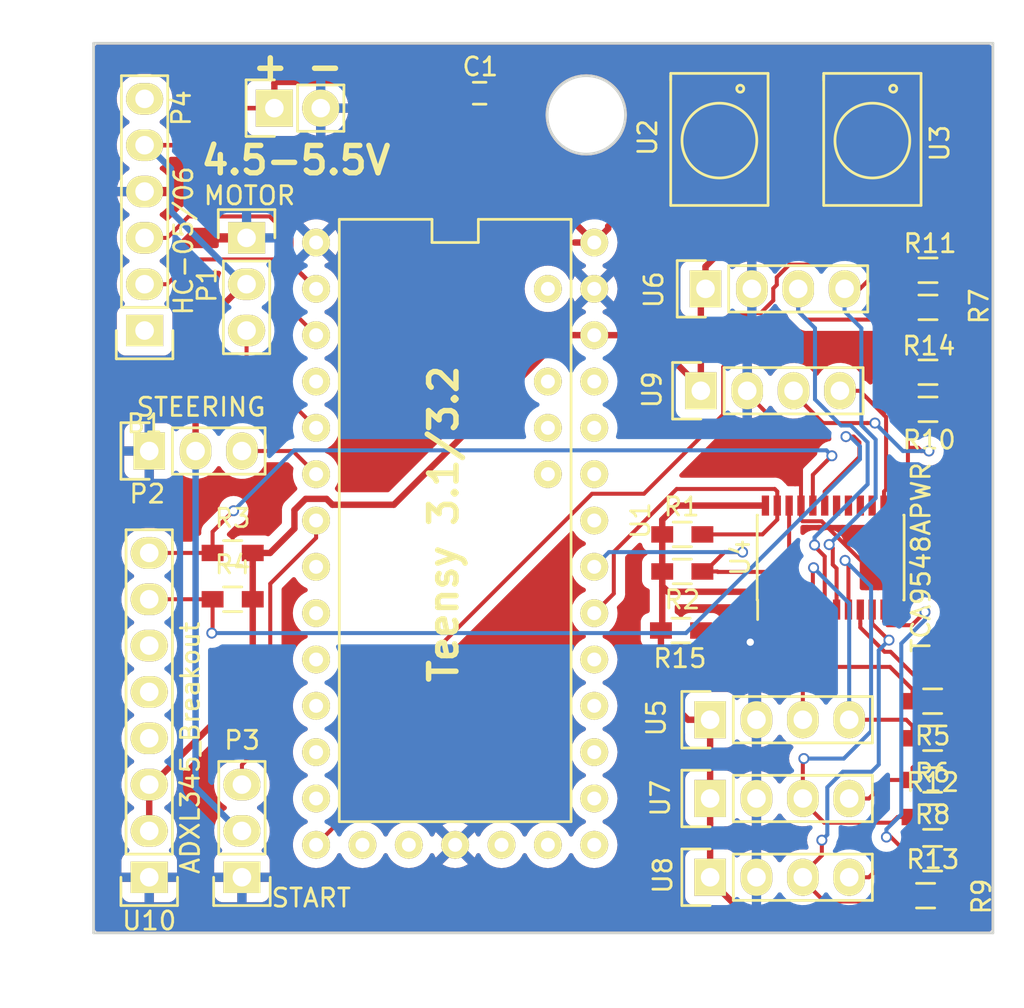
<source format=kicad_pcb>
(kicad_pcb (version 20221018) (generator pcbnew)
  (layers (0 "F.Cu" signal) (31 "B.Cu" signal) (34 "B.Paste" user) (35 "F.Paste" user) (36 "B.SilkS" user "B.Silkscreen") (37 "F.SilkS" user "F.Silkscreen") (38 "B.Mask" user) (39 "F.Mask" user) (44 "Edge.Cuts" user))
  (net 0 "")
  (net 1 "+5V")
  (net 2 "GND")
  (net 3 "MOTOR")
  (net 4 "STEERING")
  (net 5 "BT_RX")
  (net 6 "SDA")
  (net 7 "SCL")
  (net 8 "BT_TX")
  (net 9 "STARTMODULE")
  (net 10 "LED")
  (net 11 "+3V3")
  (net 12 "Net-(U2-Pad4)")
  (net 13 "SD7")
  (net 14 "SC7")
  (net 15 "Net-(R5-Pad2)")
  (net 16 "Net-(R6-Pad2)")
  (net 17 "Net-(R7-Pad2)")
  (net 18 "Net-(R8-Pad2)")
  (net 19 "Net-(R9-Pad2)")
  (net 20 "Net-(R10-Pad2)")
  (net 21 "Net-(R11-Pad1)")
  (net 22 "Net-(R12-Pad1)")
  (net 23 "Net-(R13-Pad1)")
  (net 24 "Net-(R14-Pad1)")
  (net 25 "Net-(R15-Pad2)")
  (footprint "Capacitors_SMD:C_0603_HandSoldering" (layer "F.Cu") (at 121.22912 54.04612)
    (fp_text reference "C1")
    (fp_text value "220uF")
  )
  (footprint "Pin_Headers:Pin_Header_Straight_1x03" (layer "F.Cu") (at 108.458 61.976)
    (fp_text reference "P1")
    (fp_text value "MOTOR")
  )
  (footprint "Pin_Headers:Pin_Header_Straight_1x03" (layer "F.Cu") (at 103.124 73.66 90)
    (fp_text reference "P2")
    (fp_text value "STEERING")
  )
  (footprint "Pin_Headers:Pin_Header_Straight_1x03" (layer "F.Cu") (at 108.204 97.028 180)
    (fp_text reference "P3")
    (fp_text value "START")
  )
  (footprint "Pin_Headers:Pin_Header_Straight_1x06" (layer "F.Cu") (at 102.87 67.056 180)
    (fp_text reference "B1")
    (fp_text value "HC-05/06")
  )
  (footprint "Pin_Headers:Pin_Header_Straight_1x02" (layer "F.Cu") (at 109.982 54.864 90)
    (fp_text reference "P4")
    (fp_text value "BATT")
  )
  (footprint "Footprints:Teensy31_32" (layer "F.Cu") (at 121.158 77.47 -90)
    (fp_text reference "U1")
    (fp_text value "Teensy31_32")
  )
  (footprint "Footprints:WS2812B" (layer "F.Cu") (at 134.366 56.642 -90)
    (fp_text reference "U2")
    (fp_text value "WS2812B")
  )
  (footprint "Footprints:WS2812B" (layer "F.Cu") (at 142.748 56.642 -90)
    (fp_text reference "U3")
    (fp_text value "WS2812B")
  )
  (footprint "Housings_SSOP:TSSOP-24_4.4x7.8mm_Pitch0.65mm" (layer "F.Cu") (at 140.462 79.502 90)
    (fp_text reference "U4")
    (fp_text value "TCA9548APWR")
  )
  (footprint "Pin_Headers:Pin_Header_Straight_1x04" (layer "F.Cu") (at 133.858 88.392 90)
    (fp_text reference "U5")
    (fp_text value "SEN1")
  )
  (footprint "Pin_Headers:Pin_Header_Straight_1x04" (layer "F.Cu") (at 133.604 64.77 90)
    (fp_text reference "U6")
    (fp_text value "SEN2")
  )
  (footprint "Pin_Headers:Pin_Header_Straight_1x04" (layer "F.Cu") (at 133.858 92.71 90)
    (fp_text reference "U7")
    (fp_text value "SEN3")
  )
  (footprint "Pin_Headers:Pin_Header_Straight_1x04" (layer "F.Cu") (at 133.858 97.028 90)
    (fp_text reference "U8")
    (fp_text value "SEN4")
  )
  (footprint "Pin_Headers:Pin_Header_Straight_1x04" (layer "F.Cu") (at 133.35 70.358 90)
    (fp_text reference "U9")
    (fp_text value "SEN5")
  )
  (footprint "Pin_Headers:Pin_Header_Straight_1x08" (layer "F.Cu") (at 103.124 97.028 180)
    (fp_text reference "U10")
    (fp_text value "ADXL345_Breakout")
  )
  (footprint "Resistors_SMD:R_0603_HandSoldering" (layer "F.Cu") (at 132.334 78.232)
    (fp_text reference "R1")
    (fp_text value "R")
  )
  (footprint "Resistors_SMD:R_0603_HandSoldering" (layer "F.Cu") (at 132.334 80.264)
    (fp_text reference "R2")
    (fp_text value "R")
  )
  (footprint "Resistors_SMD:R_0603_HandSoldering" (layer "F.Cu") (at 107.696 79.248)
    (fp_text reference "R3")
    (fp_text value "R")
  )
  (footprint "Resistors_SMD:R_0603_HandSoldering" (layer "F.Cu") (at 107.696 81.788)
    (fp_text reference "R4")
    (fp_text value "R")
  )
  (footprint "Resistors_SMD:R_0603_HandSoldering" (layer "F.Cu") (at 146.05 87.376 180)
    (fp_text reference "R5")
    (fp_text value "R")
  )
  (footprint "Resistors_SMD:R_0603_HandSoldering" (layer "F.Cu") (at 146.05 89.408 180)
    (fp_text reference "R6")
    (fp_text value "R")
  )
  (footprint "Resistors_SMD:R_0603_HandSoldering" (layer "F.Cu") (at 145.796 63.754 180)
    (fp_text reference "R7")
    (fp_text value "R")
  )
  (footprint "Resistors_SMD:R_0603_HandSoldering" (layer "F.Cu") (at 146.05 91.694 180)
    (fp_text reference "R8")
    (fp_text value "R")
  )
  (footprint "Resistors_SMD:R_0603_HandSoldering" (layer "F.Cu") (at 146.05 96.012 180)
    (fp_text reference "R9")
    (fp_text value "R")
  )
  (footprint "Resistors_SMD:R_0603_HandSoldering" (layer "F.Cu") (at 145.796 69.342 180)
    (fp_text reference "R10")
    (fp_text value "R")
  )
  (footprint "Resistors_SMD:R_0603_HandSoldering" (layer "F.Cu") (at 145.796 65.786)
    (fp_text reference "R11")
    (fp_text value "R")
  )
  (footprint "Resistors_SMD:R_0603_HandSoldering" (layer "F.Cu") (at 146.05 93.726)
    (fp_text reference "R12")
    (fp_text value "R")
  )
  (footprint "Resistors_SMD:R_0603_HandSoldering" (layer "F.Cu") (at 145.66392 98.03638)
    (fp_text reference "R13")
    (fp_text value "R")
  )
  (footprint "Resistors_SMD:R_0603_HandSoldering" (layer "F.Cu") (at 145.796 71.374)
    (fp_text reference "R14")
    (fp_text value "R")
  )
  (footprint "Resistors_SMD:R_0603_HandSoldering" (layer "F.Cu") (at 132.26306 83.49996)
    (fp_text reference "R15")
    (fp_text value "R")
  )
  (gr_circle (center 127.07112 55.23484) (end 127.63246 57.31002) (stroke (width 0.15)) (fill none) (layer "Edge.Cuts"))
  (gr_line (start 100.076 100.076) (end 100.076 51.308) (stroke (width 0.15)) (layer "Edge.Cuts"))
  (gr_line (start 149.352 51.308) (end 149.352 100.076) (stroke (width 0.15)) (layer "Edge.Cuts"))
  (gr_line (start 149.352 100.076) (end 100.076 100.076) (stroke (width 0.15)) (layer "Edge.Cuts"))
  (gr_line (start 100.076 51.308) (end 149.352 51.308) (stroke (width 0.15)) (layer "Edge.Cuts"))
  (gr_text "4.5-5.5V" (at 111.16056 57.72912) (layer "F.SilkS") (effects (font (size 1.5 1.5) (thickness 0.3))))
  (gr_text "Teensy 3.1/3.2" (at 119.253 77.6605 90) (layer "F.SilkS") (effects (font (size 1.5 1.5) (thickness 0.3))))
  (gr_text "+ -" (at 111.25708 52.57038) (layer "F.SilkS") (effects (font (size 1.5 1.5) (thickness 0.3))))
  (segment (start 138.453001 52.754999) (end 142.860999 52.754999) (width 0.35) (layer "F.Cu") (net 1))
  (segment (start 109.982 54.864) (end 109.982 53.498) (width 0.35) (layer "F.Cu") (net 1))
  (segment (start 105.664 67.1576) (end 108.3056 64.516) (width 0.35) (layer "F.Cu") (net 1))
  (segment (start 137.266 53.942) (end 138.453001 52.754999) (width 0.35) (layer "F.Cu") (net 1))
  (segment (start 128.269999 61.338001) (end 135.666 53.942) (width 0.35) (layer "F.Cu") (net 1))
  (segment (start 105.664 73.66) (end 105.664 67.1576) (width 0.35) (layer "F.Cu") (net 1))
  (segment (start 106.934 54.864) (end 109.982 54.864) (width 0.25) (layer "F.Cu") (net 1))
  (segment (start 110.057001 53.422999) (end 118.700999 53.422999) (width 0.35) (layer "F.Cu") (net 1))
  (segment (start 109.982 53.498) (end 110.057001 53.422999) (width 0.35) (layer "F.Cu") (net 1))
  (segment (start 102.87 56.896) (end 104.902 56.896) (width 0.25) (layer "F.Cu") (net 1))
  (segment (start 120.27912 54.04612) (end 120.27912 55.00112) (width 0.35) (layer "F.Cu") (net 1))
  (segment (start 118.705999 53.422999) (end 110.057001 53.422999) (width 0.35) (layer "F.Cu") (net 1))
  (segment (start 118.700999 53.422999) (end 126.746001 61.468001) (width 0.35) (layer "F.Cu") (net 1))
  (segment (start 126.43037 62.23) (end 127.508 62.23) (width 0.35) (layer "F.Cu") (net 1))
  (segment (start 136.466 53.942) (end 137.266 53.942) (width 0.35) (layer "F.Cu") (net 1))
  (segment (start 104.902 56.896) (end 106.934 54.864) (width 0.25) (layer "F.Cu") (net 1))
  (segment (start 120.27912 54.04612) (end 119.32912 54.04612) (width 0.35) (layer "F.Cu") (net 1))
  (segment (start 126.746001 61.468001) (end 127.508 62.23) (width 0.35) (layer "F.Cu") (net 1))
  (segment (start 109.982 53.628) (end 109.982 54.864) (width 0.22) (layer "F.Cu") (net 1))
  (segment (start 128.269999 61.468001) (end 128.269999 61.338001) (width 0.35) (layer "F.Cu") (net 1))
  (segment (start 127.508 62.23) (end 128.269999 61.468001) (width 0.35) (layer "F.Cu") (net 1))
  (segment (start 135.666 53.942) (end 136.466 53.942) (width 0.35) (layer "F.Cu") (net 1))
  (segment (start 144.048 53.942) (end 144.848 53.942) (width 0.35) (layer "F.Cu") (net 1))
  (segment (start 108.3056 64.516) (end 108.458 64.516) (width 0.35) (layer "F.Cu") (net 1))
  (segment (start 142.860999 52.754999) (end 144.048 53.942) (width 0.35) (layer "F.Cu") (net 1))
  (segment (start 120.27912 55.00112) (end 127.508 62.23) (width 0.35) (layer "F.Cu") (net 1))
  (segment (start 119.32912 54.04612) (end 118.705999 53.422999) (width 0.35) (layer "F.Cu") (net 1))
  (segment (start 105.664 92.1004) (end 105.664 75.026) (width 0.35) (layer "B.Cu") (net 1))
  (segment (start 104.31101 60.52141) (end 104.31101 58.18461) (width 0.35) (layer "B.Cu") (net 1))
  (segment (start 108.204 94.488) (end 108.0516 94.488) (width 0.35) (layer "B.Cu") (net 1))
  (segment (start 108.458 64.516) (end 108.3056 64.516) (width 0.35) (layer "B.Cu") (net 1))
  (segment (start 103.0224 56.896) (end 102.87 56.896) (width 0.35) (layer "B.Cu") (net 1))
  (segment (start 108.3056 64.516) (end 104.31101 60.52141) (width 0.35) (layer "B.Cu") (net 1))
  (segment (start 108.0516 94.488) (end 105.664 92.1004) (width 0.35) (layer "B.Cu") (net 1))
  (segment (start 105.664 75.026) (end 105.664 73.66) (width 0.35) (layer "B.Cu") (net 1))
  (segment (start 104.31101 58.18461) (end 103.0224 56.896) (width 0.35) (layer "B.Cu") (net 1))
  (segment (start 135.89 70.5104) (end 135.89 70.358) (width 0.22) (layer "F.Cu") (net 2))
  (segment (start 138.837 77.422) (end 138.837 76.652) (width 0.22) (layer "F.Cu") (net 2))
  (segment (start 144.037 81.582) (end 139.967001 77.512001) (width 0.22) (layer "F.Cu") (net 2))
  (segment (start 136.09896 84.14004) (end 136.05764 84.14004) (width 0.22) (layer "F.Cu") (net 2))
  (segment (start 138.837 76.652) (end 138.837 73.305) (width 0.22) (layer "F.Cu") (net 2))
  (segment (start 137.537 82.702) (end 136.09896 84.14004) (width 0.22) (layer "F.Cu") (net 2))
  (segment (start 138.837 73.305) (end 137.126 71.594) (width 0.22) (layer "F.Cu") (net 2))
  (segment (start 137.537 82.352) (end 136.887 82.352) (width 0.22) (layer "F.Cu") (net 2))
  (segment (start 138.927001 77.512001) (end 138.837 77.422) (width 0.22) (layer "F.Cu") (net 2))
  (segment (start 137.537 82.352) (end 137.537 82.702) (width 0.22) (layer "F.Cu") (net 2))
  (segment (start 137.126 71.594) (end 136.9736 71.594) (width 0.22) (layer "F.Cu") (net 2))
  (segment (start 112.522 61.976) (end 112.268 62.23) (width 0.25) (layer "F.Cu") (net 2))
  (segment (start 136.9736 71.594) (end 135.89 70.5104) (width 0.22) (layer "F.Cu") (net 2))
  (segment (start 139.967001 77.512001) (end 138.927001 77.512001) (width 0.22) (layer "F.Cu") (net 2))
  (segment (start 144.037 82.352) (end 144.037 81.582) (width 0.22) (layer "F.Cu") (net 2))
  (via (at 136.05764 84.14004) (size 0.6) (drill 0.4) (layers "F.Cu" "B.Cu") (net 2))
  (segment (start 136.05764 84.14004) (end 136.05764 88.05164) (width 0.22) (layer "B.Cu") (net 2))
  (segment (start 136.05764 88.05164) (end 136.398 88.392) (width 0.22) (layer "B.Cu") (net 2))
  (segment (start 108.458 68.58) (end 112.268 72.39) (width 0.22) (layer "F.Cu") (net 3))
  (segment (start 108.458 67.056) (end 108.458 68.58) (width 0.22) (layer "F.Cu") (net 3))
  (segment (start 108.204 73.66) (end 110.998 73.66) (width 0.22) (layer "F.Cu") (net 4))
  (segment (start 110.998 73.66) (end 112.268 74.93) (width 0.22) (layer "F.Cu") (net 4))
  (segment (start 104.106 64.516) (end 102.87 64.516) (width 0.22) (layer "F.Cu") (net 5))
  (segment (start 109.89056 63.1571) (end 105.4649 63.1571) (width 0.22) (layer "F.Cu") (net 5))
  (segment (start 105.4649 63.1571) (end 104.106 64.516) (width 0.22) (layer "F.Cu") (net 5))
  (segment (start 112.268 67.31) (end 110.64761 65.68961) (width 0.22) (layer "F.Cu") (net 5))
  (segment (start 110.64761 63.91415) (end 109.89056 63.1571) (width 0.22) (layer "F.Cu") (net 5))
  (segment (start 110.64761 65.68961) (end 110.64761 63.91415) (width 0.22) (layer "F.Cu") (net 5))
  (segment (start 127.508 82.55) (end 128.580001 81.477999) (width 0.22) (layer "F.Cu") (net 6))
  (segment (start 137.396999 75.741999) (end 137.537 75.882) (width 0.22) (layer "F.Cu") (net 6))
  (segment (start 133.434 78.232) (end 136.727 78.232) (width 0.22) (layer "F.Cu") (net 6))
  (segment (start 132.025999 75.741999) (end 137.396999 75.741999) (width 0.22) (layer "F.Cu") (net 6))
  (segment (start 137.537 75.882) (end 137.537 76.652) (width 0.22) (layer "F.Cu") (net 6))
  (segment (start 136.727 78.232) (end 137.537 77.422) (width 0.22) (layer "F.Cu") (net 6))
  (segment (start 128.580001 81.477999) (end 128.580001 79.187997) (width 0.22) (layer "F.Cu") (net 6))
  (segment (start 137.537 77.422) (end 137.537 76.652) (width 0.22) (layer "F.Cu") (net 6))
  (segment (start 128.580001 79.187997) (end 132.025999 75.741999) (width 0.22) (layer "F.Cu") (net 6))
  (segment (start 133.434 80.264) (end 133.584 80.264) (width 0.22) (layer "F.Cu") (net 7))
  (segment (start 137.16 80.2894) (end 138.187 79.2624) (width 0.22) (layer "F.Cu") (net 7))
  (segment (start 138.187 79.2624) (end 138.187 76.652) (width 0.22) (layer "F.Cu") (net 7))
  (segment (start 133.434 80.264) (end 134.254 80.264) (width 0.22) (layer "F.Cu") (net 7))
  (segment (start 133.584 80.264) (end 134.64572 79.20228) (width 0.22) (layer "F.Cu") (net 7))
  (segment (start 134.254 80.264) (end 134.2794 80.2894) (width 0.22) (layer "F.Cu") (net 7))
  (segment (start 134.2794 80.2894) (end 137.16 80.2894) (width 0.22) (layer "F.Cu") (net 7))
  (segment (start 134.64572 79.20228) (end 135.636 79.20228) (width 0.22) (layer "F.Cu") (net 7))
  (via (at 135.636 79.20228) (size 0.6) (drill 0.4) (layers "F.Cu" "B.Cu") (net 7))
  (segment (start 128.31572 79.20228) (end 127.508 80.01) (width 0.22) (layer "B.Cu") (net 7))
  (segment (start 135.636 79.20228) (end 128.31572 79.20228) (width 0.22) (layer "B.Cu") (net 7))
  (segment (start 111.506001 64.008001) (end 112.268 64.77) (width 0.25) (layer "F.Cu") (net 8))
  (segment (start 111.080999 63.582999) (end 111.506001 64.008001) (width 0.25) (layer "F.Cu") (net 8))
  (segment (start 105.279601 60.802399) (end 104.106 61.976) (width 0.22) (layer "F.Cu") (net 8))
  (segment (start 110.9218 63.4238) (end 110.9218 62.002198) (width 0.22) (layer "F.Cu") (net 8))
  (segment (start 111.080999 63.582999) (end 110.9218 63.4238) (width 0.22) (layer "F.Cu") (net 8))
  (segment (start 110.9218 62.002198) (end 109.722001 60.802399) (width 0.22) (layer "F.Cu") (net 8))
  (segment (start 109.722001 60.802399) (end 105.279601 60.802399) (width 0.22) (layer "F.Cu") (net 8))
  (segment (start 104.106 61.976) (end 102.87 61.976) (width 0.22) (layer "F.Cu") (net 8))
  (segment (start 108.204 90.8644) (end 108.204 91.948) (width 0.22) (layer "F.Cu") (net 9))
  (segment (start 112.268 78.423438) (end 109.756001 80.935437) (width 0.22) (layer "F.Cu") (net 9))
  (segment (start 112.268 77.47) (end 112.268 78.423438) (width 0.22) (layer "F.Cu") (net 9))
  (segment (start 109.756001 80.935437) (end 109.756001 89.312399) (width 0.22) (layer "F.Cu") (net 9))
  (segment (start 109.756001 89.312399) (end 108.204 90.8644) (width 0.22) (layer "F.Cu") (net 9))
  (segment (start 137.31761 65.408525) (end 136.630125 66.09601) (width 0.22) (layer "F.Cu") (net 10))
  (segment (start 136.630125 66.09601) (end 135.96607 66.09601) (width 0.22) (layer "F.Cu") (net 10))
  (segment (start 144.848 59.342) (end 143.8072 59.342) (width 0.22) (layer "F.Cu") (net 10))
  (segment (start 134.573601 69.053999) (end 134.573601 71.662001) (width 0.22) (layer "F.Cu") (net 10))
  (segment (start 134.573601 71.662001) (end 130.233601 76.002001) (width 0.22) (layer "F.Cu") (net 10))
  (segment (start 134.7724 66.3448) (end 134.7724 68.8552) (width 0.22) (layer "F.Cu") (net 10))
  (segment (start 127.389437 76.002001) (end 115.6716 87.719838) (width 0.22) (layer "F.Cu") (net 10))
  (segment (start 134.7724 68.8552) (end 134.573601 69.053999) (width 0.22) (layer "F.Cu") (net 10))
  (segment (start 113.029999 94.488001) (end 112.268 95.25) (width 0.22) (layer "F.Cu") (net 10))
  (segment (start 130.233601 76.002001) (end 127.389437 76.002001) (width 0.22) (layer "F.Cu") (net 10))
  (segment (start 139.70521 63.44399) (end 138.197875 63.44399) (width 0.22) (layer "F.Cu") (net 10))
  (segment (start 137.31761 64.74447) (end 137.31761 65.408525) (width 0.22) (layer "F.Cu") (net 10))
  (segment (start 115.6716 87.719838) (end 115.6716 91.8464) (width 0.22) (layer "F.Cu") (net 10))
  (segment (start 143.8072 59.342) (end 139.70521 63.44399) (width 0.22) (layer "F.Cu") (net 10))
  (segment (start 137.51039 64.131475) (end 137.51039 64.55169) (width 0.22) (layer "F.Cu") (net 10))
  (segment (start 134.8994 66.2178) (end 134.7724 66.3448) (width 0.22) (layer "F.Cu") (net 10))
  (segment (start 135.84428 66.2178) (end 134.8994 66.2178) (width 0.22) (layer "F.Cu") (net 10))
  (segment (start 138.197875 63.44399) (end 137.51039 64.131475) (width 0.22) (layer "F.Cu") (net 10))
  (segment (start 135.96607 66.09601) (end 135.84428 66.2178) (width 0.22) (layer "F.Cu") (net 10))
  (segment (start 115.6716 91.8464) (end 113.029999 94.488001) (width 0.22) (layer "F.Cu") (net 10))
  (segment (start 137.51039 64.55169) (end 137.31761 64.74447) (width 0.22) (layer "F.Cu") (net 10))
  (segment (start 130.4544 67.31) (end 133.35 70.2056) (width 0.35) (layer "F.Cu") (net 11))
  (segment (start 133.858 92.71) (end 133.858 94.076) (width 0.35) (layer "F.Cu") (net 11))
  (segment (start 131.234 80.264) (end 131.234 78.232) (width 0.35) (layer "F.Cu") (net 11))
  (segment (start 133.35 70.358) (end 133.35 65.024) (width 0.35) (layer "F.Cu") (net 11))
  (segment (start 131.234 80.264) (end 131.234 81.064) (width 0.35) (layer "F.Cu") (net 11))
  (segment (start 147.15 91.694) (end 147.15 93.726) (width 0.35) (layer "F.Cu") (net 11))
  (segment (start 133.858 88.392) (end 133.858 92.71) (width 0.35) (layer "F.Cu") (net 11))
  (segment (start 133.35 70.2056) (end 133.35 70.358) (width 0.35) (layer "F.Cu") (net 11))
  (segment (start 146.896 65.786) (end 146.896 63.754) (width 0.35) (layer "F.Cu") (net 11))
  (segment (start 103.2764 91.948) (end 103.124 91.948) (width 0.35) (layer "F.Cu") (net 11))
  (segment (start 147.15 98.044) (end 147 98.044) (width 0.35) (layer "F.Cu") (net 11))
  (segment (start 131.16306 86.91066) (end 131.16306 84.29996) (width 0.35) (layer "F.Cu") (net 11))
  (segment (start 147 87.376) (end 147.15 87.376) (width 0.35) (layer "F.Cu") (net 11))
  (segment (start 137.357609 59.877009) (end 137.341001 59.877009) (width 0.35) (layer "F.Cu") (net 11))
  (segment (start 127.508 67.31) (end 130.4544 67.31) (width 0.35) (layer "F.Cu") (net 11))
  (segment (start 138.111999 81.376999) (end 138.187 81.452) (width 0.35) (layer "F.Cu") (net 11))
  (segment (start 103.124 94.488) (end 103.124 91.948) (width 0.35) (layer "F.Cu") (net 11))
  (segment (start 139.772999 58.239999) (end 138.994619 58.239999) (width 0.35) (layer "F.Cu") (net 11))
  (segment (start 137.341001 60.444001) (end 137.256001 60.529001) (width 0.35) (layer "F.Cu") (net 11))
  (segment (start 147 98.044) (end 146.124999 98.919001) (width 0.35) (layer "F.Cu") (net 11))
  (segment (start 146.896 68.542) (end 146.896 65.786) (width 0.35) (layer "F.Cu") (net 11))
  (segment (start 108.796 86.4284) (end 103.2764 91.948) (width 0.35) (layer "F.Cu") (net 11))
  (segment (start 147.15 71.628) (end 146.896 71.374) (width 0.35) (layer "F.Cu") (net 11))
  (segment (start 146.896 59.412998) (end 145.638001 58.154999) (width 0.35) (layer "F.Cu") (net 11))
  (segment (start 147.15 96.012) (end 147.15 98.044) (width 0.35) (layer "F.Cu") (net 11))
  (segment (start 131.546999 81.376999) (end 138.111999 81.376999) (width 0.35) (layer "F.Cu") (net 11))
  (segment (start 111.698239 76.282999) (end 112.837761 76.282999) (width 0.35) (layer "F.Cu") (net 11))
  (segment (start 133.858 94.076) (end 133.858 97.028) (width 0.35) (layer "F.Cu") (net 11))
  (segment (start 136.887 76.652) (end 132.014 76.652) (width 0.35) (layer "F.Cu") (net 11))
  (segment (start 131.234 80.264) (end 131.234 83.42902) (width 0.35) (layer "F.Cu") (net 11))
  (segment (start 131.234 77.432) (end 131.234 78.232) (width 0.35) (layer "F.Cu") (net 11))
  (segment (start 147.15 87.376) (end 147.15 71.628) (width 0.35) (layer "F.Cu") (net 11))
  (segment (start 113.161162 76.6064) (end 116.528838 76.6064) (width 0.35) (layer "F.Cu") (net 11))
  (segment (start 146.896 69.342) (end 146.896 68.542) (width 0.35) (layer "F.Cu") (net 11))
  (segment (start 125.825238 67.31) (end 126.43037 67.31) (width 0.35) (layer "F.Cu") (net 11))
  (segment (start 135.596601 98.919001) (end 133.858 97.1804) (width 0.35) (layer "F.Cu") (net 11))
  (segment (start 108.796 79.248) (end 109.746 79.248) (width 0.35) (layer "F.Cu") (net 11))
  (segment (start 132.014 76.652) (end 131.234 77.432) (width 0.35) (layer "F.Cu") (net 11))
  (segment (start 133.35 65.024) (end 133.604 64.77) (width 0.35) (layer "F.Cu") (net 11))
  (segment (start 147.15 89.408) (end 147.15 91.694) (width 0.35) (layer "F.Cu") (net 11))
  (segment (start 126.43037 67.31) (end 127.508 67.31) (width 0.35) (layer "F.Cu") (net 11))
  (segment (start 108.796 81.788) (end 108.796 86.4284) (width 0.35) (layer "F.Cu") (net 11))
  (segment (start 111.080999 76.900239) (end 111.698239 76.282999) (width 0.35) (layer "F.Cu") (net 11))
  (segment (start 137.341001 59.877009) (end 137.341001 60.444001) (width 0.35) (layer "F.Cu") (net 11))
  (segment (start 131.234 83.42902) (end 131.16306 83.49996) (width 0.35) (layer "F.Cu") (net 11))
  (segment (start 108.796 79.248) (end 108.796 81.788) (width 0.35) (layer "F.Cu") (net 11))
  (segment (start 145.638001 58.154999) (end 139.857999 58.154999) (width 0.35) (layer "F.Cu") (net 11))
  (segment (start 131.234 81.064) (end 131.546999 81.376999) (width 0.35) (layer "F.Cu") (net 11))
  (segment (start 112.837761 76.282999) (end 113.161162 76.6064) (width 0.35) (layer "F.Cu") (net 11))
  (segment (start 136.625799 60.529001) (end 133.604 63.5508) (width 0.35) (layer "F.Cu") (net 11))
  (segment (start 147.15 93.726) (end 147.15 96.012) (width 0.35) (layer "F.Cu") (net 11))
  (segment (start 133.858 97.1804) (end 133.858 97.028) (width 0.35) (layer "F.Cu") (net 11))
  (segment (start 111.080999 77.913001) (end 111.080999 76.900239) (width 0.35) (layer "F.Cu") (net 11))
  (segment (start 133.858 88.392) (end 132.6444 88.392) (width 0.35) (layer "F.Cu") (net 11))
  (segment (start 138.994619 58.239999) (end 137.357609 59.877009) (width 0.35) (layer "F.Cu") (net 11))
  (segment (start 139.857999 58.154999) (end 139.772999 58.239999) (width 0.35) (layer "F.Cu") (net 11))
  (segment (start 146.896 63.754) (end 146.896 59.412998) (width 0.35) (layer "F.Cu") (net 11))
  (segment (start 132.6444 88.392) (end 131.16306 86.91066) (width 0.35) (layer "F.Cu") (net 11))
  (segment (start 109.746 79.248) (end 111.080999 77.913001) (width 0.35) (layer "F.Cu") (net 11))
  (segment (start 133.604 63.5508) (end 133.604 64.77) (width 0.35) (layer "F.Cu") (net 11))
  (segment (start 131.16306 84.29996) (end 131.16306 83.49996) (width 0.35) (layer "F.Cu") (net 11))
  (segment (start 147.15 87.376) (end 147.15 89.408) (width 0.35) (layer "F.Cu") (net 11))
  (segment (start 116.528838 76.6064) (end 125.825238 67.31) (width 0.35) (layer "F.Cu") (net 11))
  (segment (start 137.256001 60.529001) (end 136.625799 60.529001) (width 0.35) (layer "F.Cu") (net 11))
  (segment (start 146.896 71.374) (end 146.896 69.342) (width 0.35) (layer "F.Cu") (net 11))
  (segment (start 146.124999 98.919001) (end 135.596601 98.919001) (width 0.35) (layer "F.Cu") (net 11))
  (segment (start 137.136 59.342) (end 140.648 55.83) (width 0.22) (layer "F.Cu") (net 12))
  (segment (start 136.466 59.342) (end 137.136 59.342) (width 0.22) (layer "F.Cu") (net 12))
  (segment (start 140.648 55.83) (end 140.648 54.924) (width 0.22) (layer "F.Cu") (net 12))
  (segment (start 140.648 54.924) (end 140.648 53.942) (width 0.22) (layer "F.Cu") (net 12))
  (segment (start 103.124 81.788) (end 103.2764 81.788) (width 0.22) (layer "F.Cu") (net 13))
  (segment (start 142.035621 73.983379) (end 142.035621 73.180933) (width 0.22) (layer "F.Cu") (net 13))
  (segment (start 142.035621 73.180933) (end 141.72493 72.870242) (width 0.22) (layer "F.Cu") (net 13))
  (segment (start 106.596 81.788) (end 106.596 83.5992) (width 0.22) (layer "F.Cu") (net 13))
  (segment (start 106.596 83.5992) (end 106.553 83.6422) (width 0.22) (layer "F.Cu") (net 13))
  (segment (start 140.137 76.652) (end 140.137 75.882) (width 0.22) (layer "F.Cu") (net 13))
  (segment (start 103.2764 81.788) (end 106.596 81.788) (width 0.22) (layer "F.Cu") (net 13))
  (segment (start 140.137 75.882) (end 142.035621 73.983379) (width 0.22) (layer "F.Cu") (net 13))
  (segment (start 141.72493 72.870242) (end 141.300666 72.870242) (width 0.22) (layer "F.Cu") (net 13))
  (via (at 106.553 83.6422) (size 0.6) (drill 0.4) (layers "F.Cu" "B.Cu") (net 13))
  (via (at 141.300666 72.870242) (size 0.6) (drill 0.4) (layers "F.Cu" "B.Cu") (net 13))
  (segment (start 142.067682 74.110282) (end 142.067682 73.405482) (width 0.22) (layer "B.Cu") (net 13))
  (segment (start 142.067682 73.405482) (end 141.532442 72.870242) (width 0.22) (layer "B.Cu") (net 13))
  (segment (start 141.532442 72.870242) (end 141.300666 72.870242) (width 0.22) (layer "B.Cu") (net 13))
  (segment (start 106.553 83.6422) (end 132.535764 83.6422) (width 0.22) (layer "B.Cu") (net 13))
  (segment (start 132.535764 83.6422) (end 142.067682 74.110282) (width 0.22) (layer "B.Cu") (net 13))
  (segment (start 139.487 76.652) (end 139.487 74.9652) (width 0.22) (layer "F.Cu") (net 14))
  (segment (start 139.487 74.9652) (end 140.228041 74.224159) (width 0.22) (layer "F.Cu") (net 14))
  (segment (start 106.596 79.248) (end 103.124 79.248) (width 0.22) (layer "F.Cu") (net 14))
  (segment (start 140.228041 74.224159) (end 140.52804 73.92416) (width 0.22) (layer "F.Cu") (net 14))
  (segment (start 106.596 78.0874) (end 107.7468 76.9366) (width 0.22) (layer "F.Cu") (net 14))
  (segment (start 106.596 79.248) (end 106.596 78.0874) (width 0.22) (layer "F.Cu") (net 14))
  (via (at 140.52804 73.92416) (size 0.6) (drill 0.4) (layers "F.Cu" "B.Cu") (net 14))
  (via (at 107.7468 76.9366) (size 0.6) (drill 0.4) (layers "F.Cu" "B.Cu") (net 14))
  (segment (start 107.7468 76.9366) (end 111.059239 73.624161) (width 0.22) (layer "B.Cu") (net 14))
  (segment (start 111.059239 73.624161) (end 140.228041 73.624161) (width 0.22) (layer "B.Cu") (net 14))
  (segment (start 140.228041 73.624161) (end 140.52804 73.92416) (width 0.22) (layer "B.Cu") (net 14))
  (segment (start 138.938 88.392) (end 138.938 85.4964) (width 0.22) (layer "F.Cu") (net 15))
  (segment (start 138.938 82.453) (end 138.837 82.352) (width 0.22) (layer "F.Cu") (net 15))
  (segment (start 138.938 88.392) (end 138.938 88.5444) (width 0.22) (layer "F.Cu") (net 15))
  (segment (start 143.7132 85.4964) (end 138.938 85.4964) (width 0.22) (layer "F.Cu") (net 15))
  (segment (start 144.95 86.7332) (end 143.7132 85.4964) (width 0.22) (layer "F.Cu") (net 15))
  (segment (start 145.1 87.376) (end 144.95 87.376) (width 0.22) (layer "F.Cu") (net 15))
  (segment (start 144.95 87.376) (end 144.95 86.7332) (width 0.22) (layer "F.Cu") (net 15))
  (segment (start 138.938 85.4964) (end 138.938 82.453) (width 0.22) (layer "F.Cu") (net 15))
  (segment (start 144.95 88.738) (end 144.95 89.408) (width 0.22) (layer "F.Cu") (net 16))
  (segment (start 139.487 82.352) (end 139.487 80.10078) (width 0.22) (layer "F.Cu") (net 16))
  (segment (start 144.604 88.392) (end 144.95 88.738) (width 0.22) (layer "F.Cu") (net 16))
  (segment (start 139.487 80.10078) (end 139.52698 80.0608) (width 0.22) (layer "F.Cu") (net 16))
  (segment (start 141.478 88.392) (end 144.604 88.392) (width 0.22) (layer "F.Cu") (net 16))
  (via (at 139.52698 80.0608) (size 0.6) (drill 0.4) (layers "F.Cu" "B.Cu") (net 16))
  (segment (start 139.826979 80.360799) (end 139.52698 80.0608) (width 0.22) (layer "B.Cu") (net 16))
  (segment (start 141.478 82.01182) (end 139.826979 80.360799) (width 0.22) (layer "B.Cu") (net 16))
  (segment (start 141.478 88.392) (end 141.478 82.01182) (width 0.22) (layer "B.Cu") (net 16))
  (segment (start 142.0622 64.77) (end 143.0782 63.754) (width 0.22) (layer "F.Cu") (net 17))
  (segment (start 141.224 64.77) (end 142.0622 64.77) (width 0.22) (layer "F.Cu") (net 17))
  (segment (start 143.0782 63.754) (end 144.696 63.754) (width 0.22) (layer "F.Cu") (net 17))
  (segment (start 140.787 80.097502) (end 140.57842 79.888922) (width 0.22) (layer "F.Cu") (net 17))
  (segment (start 140.57842 78.986118) (end 140.380724 78.788422) (width 0.22) (layer "F.Cu") (net 17))
  (segment (start 140.787 82.352) (end 140.787 80.097502) (width 0.22) (layer "F.Cu") (net 17))
  (segment (start 140.57842 79.888922) (end 140.57842 78.986118) (width 0.22) (layer "F.Cu") (net 17))
  (via (at 140.380724 78.788422) (size 0.6) (drill 0.4) (layers "F.Cu" "B.Cu") (net 17))
  (segment (start 142.928024 76.241122) (end 140.680723 78.488423) (width 0.22) (layer "B.Cu") (net 17))
  (segment (start 142.14361 72.244996) (end 142.928024 73.02941) (width 0.22) (layer "B.Cu") (net 17))
  (segment (start 142.14361 66.92561) (end 142.14361 72.244996) (width 0.22) (layer "B.Cu") (net 17))
  (segment (start 140.680723 78.488423) (end 140.380724 78.788422) (width 0.22) (layer "B.Cu") (net 17))
  (segment (start 141.224 64.77) (end 141.224 66.006) (width 0.22) (layer "B.Cu") (net 17))
  (segment (start 141.224 66.006) (end 142.14361 66.92561) (width 0.22) (layer "B.Cu") (net 17))
  (segment (start 142.928024 73.02941) (end 142.928024 76.241122) (width 0.22) (layer "B.Cu") (net 17))
  (segment (start 142.5616 92.71) (end 143.5776 91.694) (width 0.22) (layer "F.Cu") (net 18))
  (segment (start 144.95 91.024) (end 145.860001 90.113999) (width 0.22) (layer "F.Cu") (net 18))
  (segment (start 143.5776 91.694) (end 144.95 91.694) (width 0.22) (layer "F.Cu") (net 18))
  (segment (start 142.087 83.335105) (end 142.087 83.122) (width 0.22) (layer "F.Cu") (net 18))
  (segment (start 142.087 83.122) (end 142.087 82.352) (width 0.22) (layer "F.Cu") (net 18))
  (segment (start 141.478 92.71) (end 142.5616 92.71) (width 0.22) (layer "F.Cu") (net 18))
  (segment (start 143.745313 84.668315) (end 143.42021 84.668315) (width 0.22) (layer "F.Cu") (net 18))
  (segment (start 145.860001 86.783003) (end 143.745313 84.668315) (width 0.22) (layer "F.Cu") (net 18))
  (segment (start 144.95 91.694) (end 144.95 91.024) (width 0.22) (layer "F.Cu") (net 18))
  (segment (start 143.42021 84.668315) (end 142.087 83.335105) (width 0.22) (layer "F.Cu") (net 18))
  (segment (start 145.860001 90.113999) (end 145.860001 86.783003) (width 0.22) (layer "F.Cu") (net 18))
  (segment (start 143.51762 94.82328) (end 143.76128 94.82328) (width 0.22) (layer "F.Cu") (net 19))
  (segment (start 144.910479 83.212001) (end 145.63344 82.48904) (width 0.22) (layer "F.Cu") (net 19))
  (segment (start 142.5616 97.028) (end 143.5776 96.012) (width 0.22) (layer "F.Cu") (net 19))
  (segment (start 143.387 83.010002) (end 143.588999 83.212001) (width 0.22) (layer "F.Cu") (net 19))
  (segment (start 143.588999 83.212001) (end 144.910479 83.212001) (width 0.22) (layer "F.Cu") (net 19))
  (segment (start 141.478 97.028) (end 142.5616 97.028) (width 0.22) (layer "F.Cu") (net 19))
  (segment (start 143.76128 94.82328) (end 144.95 96.012) (width 0.22) (layer "F.Cu") (net 19))
  (segment (start 143.5776 96.012) (end 144.95 96.012) (width 0.22) (layer "F.Cu") (net 19))
  (segment (start 143.387 82.352) (end 143.387 83.010002) (width 0.22) (layer "F.Cu") (net 19))
  (via (at 143.51762 94.82328) (size 0.6) (drill 0.4) (layers "F.Cu" "B.Cu") (net 19))
  (via (at 145.63344 82.48904) (size 0.6) (drill 0.4) (layers "F.Cu" "B.Cu") (net 19))
  (segment (start 145.63344 82.48904) (end 145.63344 82.913304) (width 0.22) (layer "B.Cu") (net 19))
  (segment (start 143.51762 94.399016) (end 143.51762 94.82328) (width 0.22) (layer "B.Cu") (net 19))
  (segment (start 144.33296 93.583676) (end 143.51762 94.399016) (width 0.22) (layer "B.Cu") (net 19))
  (segment (start 145.63344 82.913304) (end 144.33296 84.213784) (width 0.22) (layer "B.Cu") (net 19))
  (segment (start 144.33296 84.213784) (end 144.33296 93.583676) (width 0.22) (layer "B.Cu") (net 19))
  (segment (start 143.499646 75.769354) (end 143.499646 71.804046) (width 0.22) (layer "F.Cu") (net 20))
  (segment (start 143.499646 71.804046) (end 143.387 71.6914) (width 0.22) (layer "F.Cu") (net 20))
  (segment (start 142.0536 70.358) (end 140.97 70.358) (width 0.22) (layer "F.Cu") (net 20))
  (segment (start 143.387 71.6914) (end 142.0536 70.358) (width 0.22) (layer "F.Cu") (net 20))
  (segment (start 144.696 69.342) (end 143.876 69.342) (width 0.22) (layer "F.Cu") (net 20))
  (segment (start 143.387 75.882) (end 143.499646 75.769354) (width 0.22) (layer "F.Cu") (net 20))
  (segment (start 143.387 76.652) (end 143.387 75.882) (width 0.22) (layer "F.Cu") (net 20))
  (segment (start 143.876 69.342) (end 143.387 69.831) (width 0.22) (layer "F.Cu") (net 20))
  (segment (start 143.387 69.831) (end 143.387 71.6914) (width 0.22) (layer "F.Cu") (net 20))
  (segment (start 140.137 82.352) (end 140.137 79.43797) (width 0.22) (layer "F.Cu") (net 21))
  (segment (start 140.137 79.43797) (end 139.581096 78.882066) (width 0.22) (layer "F.Cu") (net 21))
  (segment (start 139.581096 78.882066) (end 139.581096 78.813217) (width 0.22) (layer "F.Cu") (net 21))
  (segment (start 138.684 64.77) (end 138.684 66.006) (width 0.22) (layer "F.Cu") (net 21))
  (segment (start 144.546 65.786) (end 144.696 65.786) (width 0.22) (layer "F.Cu") (net 21))
  (segment (start 139.134 66.456) (end 143.876 66.456) (width 0.22) (layer "F.Cu") (net 21))
  (segment (start 138.684 66.006) (end 139.134 66.456) (width 0.22) (layer "F.Cu") (net 21))
  (segment (start 143.876 66.456) (end 144.546 65.786) (width 0.22) (layer "F.Cu") (net 21))
  (via (at 139.581096 78.813217) (size 0.6) (drill 0.4) (layers "F.Cu" "B.Cu") (net 21))
  (segment (start 139.581096 78.388953) (end 139.581096 78.813217) (width 0.22) (layer "B.Cu") (net 21))
  (segment (start 141.56487 72.260241) (end 142.487693 73.183064) (width 0.22) (layer "B.Cu") (net 21))
  (segment (start 138.684 66.006) (end 139.60361 66.92561) (width 0.22) (layer "B.Cu") (net 21))
  (segment (start 141.034383 72.260241) (end 141.56487 72.260241) (width 0.22) (layer "B.Cu") (net 21))
  (segment (start 139.60361 66.92561) (end 139.60361 70.829468) (width 0.22) (layer "B.Cu") (net 21))
  (segment (start 142.487693 75.482356) (end 139.581096 78.388953) (width 0.22) (layer "B.Cu") (net 21))
  (segment (start 139.60361 70.829468) (end 141.034383 72.260241) (width 0.22) (layer "B.Cu") (net 21))
  (segment (start 142.487693 73.183064) (end 142.487693 75.482356) (width 0.22) (layer "B.Cu") (net 21))
  (segment (start 138.684 64.77) (end 138.684 66.006) (width 0.22) (layer "B.Cu") (net 21))
  (segment (start 138.938 92.71) (end 138.938 90.5764) (width 0.22) (layer "F.Cu") (net 22))
  (segment (start 144.13 93.726) (end 144.95 93.726) (width 0.22) (layer "F.Cu") (net 22))
  (segment (start 143.81999 94.03601) (end 144.13 93.726) (width 0.22) (layer "F.Cu") (net 22))
  (segment (start 138.938 92.71) (end 138.938 92.8624) (width 0.22) (layer "F.Cu") (net 22))
  (segment (start 141.437 79.844698) (end 141.252209 79.659907) (width 0.22) (layer "F.Cu") (net 22))
  (segment (start 138.938 92.8624) (end 140.11161 94.03601) (width 0.22) (layer "F.Cu") (net 22))
  (segment (start 141.437 82.352) (end 141.437 79.844698) (width 0.22) (layer "F.Cu") (net 22))
  (segment (start 138.938 90.5764) (end 138.99388 90.52052) (width 0.22) (layer "F.Cu") (net 22))
  (segment (start 140.11161 94.03601) (end 143.81999 94.03601) (width 0.22) (layer "F.Cu") (net 22))
  (via (at 138.99388 90.52052) (size 0.6) (drill 0.4) (layers "F.Cu" "B.Cu") (net 22))
  (via (at 141.252209 79.659907) (size 0.6) (drill 0.4) (layers "F.Cu" "B.Cu") (net 22))
  (segment (start 142.677598 89.026366) (end 142.677598 81.085296) (width 0.22) (layer "B.Cu") (net 22))
  (segment (start 138.99388 90.52052) (end 141.183444 90.52052) (width 0.22) (layer "B.Cu") (net 22))
  (segment (start 141.552208 79.959906) (end 141.252209 79.659907) (width 0.22) (layer "B.Cu") (net 22))
  (segment (start 141.183444 90.52052) (end 142.677598 89.026366) (width 0.22) (layer "B.Cu") (net 22))
  (segment (start 142.677598 81.085296) (end 141.552208 79.959906) (width 0.22) (layer "B.Cu") (net 22))
  (segment (start 138.938 96.8756) (end 139.9794 95.8342) (width 0.22) (layer "F.Cu") (net 23))
  (segment (start 138.938 97.028) (end 138.938 96.8756) (width 0.22) (layer "F.Cu") (net 23))
  (segment (start 143.64091 84.02591) (end 143.658136 84.02591) (width 0.22) (layer "F.Cu") (net 23))
  (segment (start 138.938 97.028) (end 138.938 97.1804) (width 0.22) (layer "F.Cu") (net 23))
  (segment (start 144.13 98.044) (end 144.95 98.044) (width 0.22) (layer "F.Cu") (net 23))
  (segment (start 138.938 97.1804) (end 140.11161 98.35401) (width 0.22) (layer "F.Cu") (net 23))
  (segment (start 143.81999 98.35401) (end 144.13 98.044) (width 0.22) (layer "F.Cu") (net 23))
  (segment (start 140.11161 98.35401) (end 143.81999 98.35401) (width 0.22) (layer "F.Cu") (net 23))
  (segment (start 142.737 83.122) (end 143.64091 84.02591) (width 0.22) (layer "F.Cu") (net 23))
  (segment (start 139.9794 95.8342) (end 139.9794 94.996) (width 0.22) (layer "F.Cu") (net 23))
  (segment (start 142.737 82.352) (end 142.737 83.122) (width 0.22) (layer "F.Cu") (net 23))
  (via (at 139.9794 94.996) (size 0.6) (drill 0.4) (layers "F.Cu" "B.Cu") (net 23))
  (via (at 143.658136 84.02591) (size 0.6) (drill 0.4) (layers "F.Cu" "B.Cu") (net 23))
  (segment (start 140.279399 92.093605) (end 141.130722 91.242282) (width 0.22) (layer "B.Cu") (net 23))
  (segment (start 143.097609 90.850195) (end 143.097609 84.586437) (width 0.22) (layer "B.Cu") (net 23))
  (segment (start 143.097609 84.586437) (end 143.358137 84.325909) (width 0.22) (layer "B.Cu") (net 23))
  (segment (start 142.705522 91.242282) (end 143.097609 90.850195) (width 0.22) (layer "B.Cu") (net 23))
  (segment (start 140.279399 94.696001) (end 140.279399 92.093605) (width 0.22) (layer "B.Cu") (net 23))
  (segment (start 141.130722 91.242282) (end 142.705522 91.242282) (width 0.22) (layer "B.Cu") (net 23))
  (segment (start 139.9794 94.996) (end 140.279399 94.696001) (width 0.22) (layer "B.Cu") (net 23))
  (segment (start 143.358137 84.325909) (end 143.658136 84.02591) (width 0.22) (layer "B.Cu") (net 23))
  (segment (start 138.43 70.358) (end 138.43 70.5104) (width 0.22) (layer "F.Cu") (net 24))
  (segment (start 145.8468 73.66) (end 145.422536 73.66) (width 0.22) (layer "F.Cu") (net 24))
  (segment (start 144.696 73.4822) (end 144.696 76.413) (width 0.22) (layer "F.Cu") (net 24))
  (segment (start 140.047933 72.128333) (end 142.465381 72.128333) (width 0.22) (layer "F.Cu") (net 24))
  (segment (start 144.696 71.374) (end 144.696 73.4822) (width 0.22) (layer "F.Cu") (net 24))
  (segment (start 138.43 70.5104) (end 140.047933 72.128333) (width 0.22) (layer "F.Cu") (net 24))
  (segment (start 142.465381 72.128333) (end 142.889645 72.128333) (width 0.22) (layer "F.Cu") (net 24))
  (segment (start 144.457 76.652) (end 144.037 76.652) (width 0.22) (layer "F.Cu") (net 24))
  (segment (start 145.422536 73.66) (end 145.244736 73.4822) (width 0.22) (layer "F.Cu") (net 24))
  (segment (start 145.244736 73.4822) (end 144.696 73.4822) (width 0.22) (layer "F.Cu") (net 24))
  (segment (start 144.696 76.413) (end 144.457 76.652) (width 0.22) (layer "F.Cu") (net 24))
  (via (at 142.889645 72.128333) (size 0.6) (drill 0.4) (layers "F.Cu" "B.Cu") (net 24))
  (via (at 145.8468 73.66) (size 0.6) (drill 0.4) (layers "F.Cu" "B.Cu") (net 24))
  (segment (start 145.8468 73.66) (end 144.421312 73.66) (width 0.22) (layer "B.Cu") (net 24))
  (segment (start 144.421312 73.66) (end 143.189644 72.428332) (width 0.22) (layer "B.Cu") (net 24))
  (segment (start 143.189644 72.428332) (end 142.889645 72.128333) (width 0.22) (layer "B.Cu") (net 24))
  (segment (start 136.558958 84.750042) (end 138.187 83.122) (width 0.22) (layer "F.Cu") (net 25))
  (segment (start 138.187 81.452) (end 138.187 82.352) (width 0.35) (layer "F.Cu") (net 25))
  (segment (start 135.433142 84.750042) (end 136.558958 84.750042) (width 0.22) (layer "F.Cu") (net 25))
  (segment (start 134.18306 83.49996) (end 135.433142 84.750042) (width 0.22) (layer "F.Cu") (net 25))
  (segment (start 138.187 83.122) (end 138.187 82.352) (width 0.22) (layer "F.Cu") (net 25))
  (segment (start 133.36306 83.49996) (end 134.18306 83.49996) (width 0.22) (layer "F.Cu") (net 25))
  (zone (net 2) (net_name "GND") (layer "F.Cu") (connect_pads (clearance 0.508)) (min_thickness 0.254) (fill yes (thermal_gap 0.508) (thermal_bridge_width 0.508))
    (polygon (pts (xy 98.06686 48.93818) (xy 151.06142 49.25822) (xy 151.06142 101.77272) (xy 97.42932 101.6127) (xy 98.06432 48.93564)))
  )
  (zone (net 2) (net_name "GND") (layer "B.Cu") (connect_pads (clearance 0.508)) (min_thickness 0.254) (fill yes (thermal_gap 0.508) (thermal_bridge_width 0.508))
    (polygon (pts (xy 98.6155 49.90338) (xy 150.62962 50.0888) (xy 150.53818 102.10292) (xy 94.94774 104.21112) (xy 97.0407 49.88052)))
  )
)
</source>
